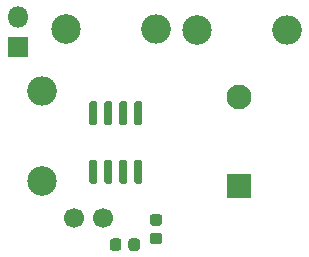
<source format=gts>
%TF.GenerationSoftware,KiCad,Pcbnew,(5.1.6-0-10_14)*%
%TF.CreationDate,2020-09-05T01:35:09-04:00*%
%TF.ProjectId,solder_beep,736f6c64-6572-45f6-9265-65702e6b6963,rev?*%
%TF.SameCoordinates,Original*%
%TF.FileFunction,Soldermask,Top*%
%TF.FilePolarity,Negative*%
%FSLAX46Y46*%
G04 Gerber Fmt 4.6, Leading zero omitted, Abs format (unit mm)*
G04 Created by KiCad (PCBNEW (5.1.6-0-10_14)) date 2020-09-05 01:35:09*
%MOMM*%
%LPD*%
G01*
G04 APERTURE LIST*
%ADD10O,2.500000X2.500000*%
%ADD11C,2.500000*%
%ADD12C,1.700000*%
%ADD13O,1.800000X1.800000*%
%ADD14R,1.800000X1.800000*%
%ADD15C,2.100000*%
%ADD16R,2.100000X2.100000*%
G04 APERTURE END LIST*
%TO.C,U1*%
G36*
G01*
X37055800Y12051960D02*
X36705800Y12051960D01*
G75*
G02*
X36530800Y12226960I0J175000D01*
G01*
X36530800Y13926960D01*
G75*
G02*
X36705800Y14101960I175000J0D01*
G01*
X37055800Y14101960D01*
G75*
G02*
X37230800Y13926960I0J-175000D01*
G01*
X37230800Y12226960D01*
G75*
G02*
X37055800Y12051960I-175000J0D01*
G01*
G37*
G36*
G01*
X38325800Y12051960D02*
X37975800Y12051960D01*
G75*
G02*
X37800800Y12226960I0J175000D01*
G01*
X37800800Y13926960D01*
G75*
G02*
X37975800Y14101960I175000J0D01*
G01*
X38325800Y14101960D01*
G75*
G02*
X38500800Y13926960I0J-175000D01*
G01*
X38500800Y12226960D01*
G75*
G02*
X38325800Y12051960I-175000J0D01*
G01*
G37*
G36*
G01*
X39595800Y12051960D02*
X39245800Y12051960D01*
G75*
G02*
X39070800Y12226960I0J175000D01*
G01*
X39070800Y13926960D01*
G75*
G02*
X39245800Y14101960I175000J0D01*
G01*
X39595800Y14101960D01*
G75*
G02*
X39770800Y13926960I0J-175000D01*
G01*
X39770800Y12226960D01*
G75*
G02*
X39595800Y12051960I-175000J0D01*
G01*
G37*
G36*
G01*
X40865800Y12051960D02*
X40515800Y12051960D01*
G75*
G02*
X40340800Y12226960I0J175000D01*
G01*
X40340800Y13926960D01*
G75*
G02*
X40515800Y14101960I175000J0D01*
G01*
X40865800Y14101960D01*
G75*
G02*
X41040800Y13926960I0J-175000D01*
G01*
X41040800Y12226960D01*
G75*
G02*
X40865800Y12051960I-175000J0D01*
G01*
G37*
G36*
G01*
X40865800Y7101960D02*
X40515800Y7101960D01*
G75*
G02*
X40340800Y7276960I0J175000D01*
G01*
X40340800Y8976960D01*
G75*
G02*
X40515800Y9151960I175000J0D01*
G01*
X40865800Y9151960D01*
G75*
G02*
X41040800Y8976960I0J-175000D01*
G01*
X41040800Y7276960D01*
G75*
G02*
X40865800Y7101960I-175000J0D01*
G01*
G37*
G36*
G01*
X39595800Y7101960D02*
X39245800Y7101960D01*
G75*
G02*
X39070800Y7276960I0J175000D01*
G01*
X39070800Y8976960D01*
G75*
G02*
X39245800Y9151960I175000J0D01*
G01*
X39595800Y9151960D01*
G75*
G02*
X39770800Y8976960I0J-175000D01*
G01*
X39770800Y7276960D01*
G75*
G02*
X39595800Y7101960I-175000J0D01*
G01*
G37*
G36*
G01*
X38325800Y7101960D02*
X37975800Y7101960D01*
G75*
G02*
X37800800Y7276960I0J175000D01*
G01*
X37800800Y8976960D01*
G75*
G02*
X37975800Y9151960I175000J0D01*
G01*
X38325800Y9151960D01*
G75*
G02*
X38500800Y8976960I0J-175000D01*
G01*
X38500800Y7276960D01*
G75*
G02*
X38325800Y7101960I-175000J0D01*
G01*
G37*
G36*
G01*
X37055800Y7101960D02*
X36705800Y7101960D01*
G75*
G02*
X36530800Y7276960I0J175000D01*
G01*
X36530800Y8976960D01*
G75*
G02*
X36705800Y9151960I175000J0D01*
G01*
X37055800Y9151960D01*
G75*
G02*
X37230800Y8976960I0J-175000D01*
G01*
X37230800Y7276960D01*
G75*
G02*
X37055800Y7101960I-175000J0D01*
G01*
G37*
%TD*%
%TO.C,D2*%
G36*
G01*
X39268120Y2231970D02*
X39268120Y1669470D01*
G75*
G02*
X39024370Y1425720I-243750J0D01*
G01*
X38536870Y1425720D01*
G75*
G02*
X38293120Y1669470I0J243750D01*
G01*
X38293120Y2231970D01*
G75*
G02*
X38536870Y2475720I243750J0D01*
G01*
X39024370Y2475720D01*
G75*
G02*
X39268120Y2231970I0J-243750D01*
G01*
G37*
G36*
G01*
X40843120Y2231970D02*
X40843120Y1669470D01*
G75*
G02*
X40599370Y1425720I-243750J0D01*
G01*
X40111870Y1425720D01*
G75*
G02*
X39868120Y1669470I0J243750D01*
G01*
X39868120Y2231970D01*
G75*
G02*
X40111870Y2475720I243750J0D01*
G01*
X40599370Y2475720D01*
G75*
G02*
X40843120Y2231970I0J-243750D01*
G01*
G37*
%TD*%
%TO.C,D1*%
G36*
G01*
X41918310Y2966440D02*
X42480810Y2966440D01*
G75*
G02*
X42724560Y2722690I0J-243750D01*
G01*
X42724560Y2235190D01*
G75*
G02*
X42480810Y1991440I-243750J0D01*
G01*
X41918310Y1991440D01*
G75*
G02*
X41674560Y2235190I0J243750D01*
G01*
X41674560Y2722690D01*
G75*
G02*
X41918310Y2966440I243750J0D01*
G01*
G37*
G36*
G01*
X41918310Y4541440D02*
X42480810Y4541440D01*
G75*
G02*
X42724560Y4297690I0J-243750D01*
G01*
X42724560Y3810190D01*
G75*
G02*
X42480810Y3566440I-243750J0D01*
G01*
X41918310Y3566440D01*
G75*
G02*
X41674560Y3810190I0J243750D01*
G01*
X41674560Y4297690D01*
G75*
G02*
X41918310Y4541440I243750J0D01*
G01*
G37*
%TD*%
D10*
%TO.C,R2*%
X32572960Y14996160D03*
D11*
X32572960Y7376160D03*
%TD*%
D10*
%TO.C,R3*%
X42199560Y20228560D03*
D11*
X34579560Y20228560D03*
%TD*%
D10*
%TO.C,R1*%
X53324760Y20091400D03*
D11*
X45704760Y20091400D03*
%TD*%
D12*
%TO.C,C1*%
X35249480Y4175760D03*
X37749480Y4175760D03*
%TD*%
D13*
%TO.C,J1*%
X30515560Y21229320D03*
D14*
X30515560Y18689320D03*
%TD*%
D15*
%TO.C,BZ1*%
X49265840Y14488480D03*
D16*
X49265840Y6888480D03*
%TD*%
M02*

</source>
